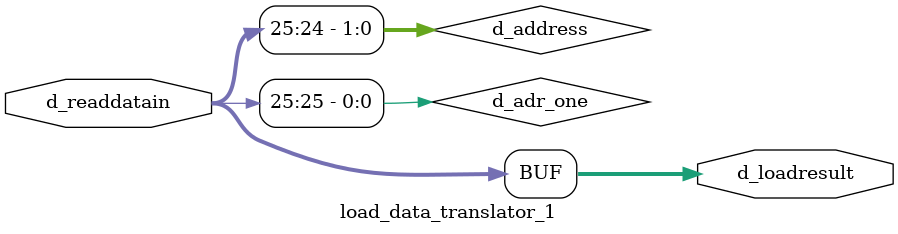
<source format=v>
module load_data_translator_1(
    d_readdatain,
    d_loadresult);
input [31:0] d_readdatain;
output [31:0] d_loadresult;
wire d_adr_one;
assign d_adr_one = d_address [1];
reg [31:0] d_loadresult;
reg sign;
wire [1:0] d_address;
assign d_address [1:0] =d_readdatain [25:24];
always @(d_readdatain or d_address )
begin
            d_loadresult[31:0]=d_readdatain[31:0];
end
endmodule
</source>
